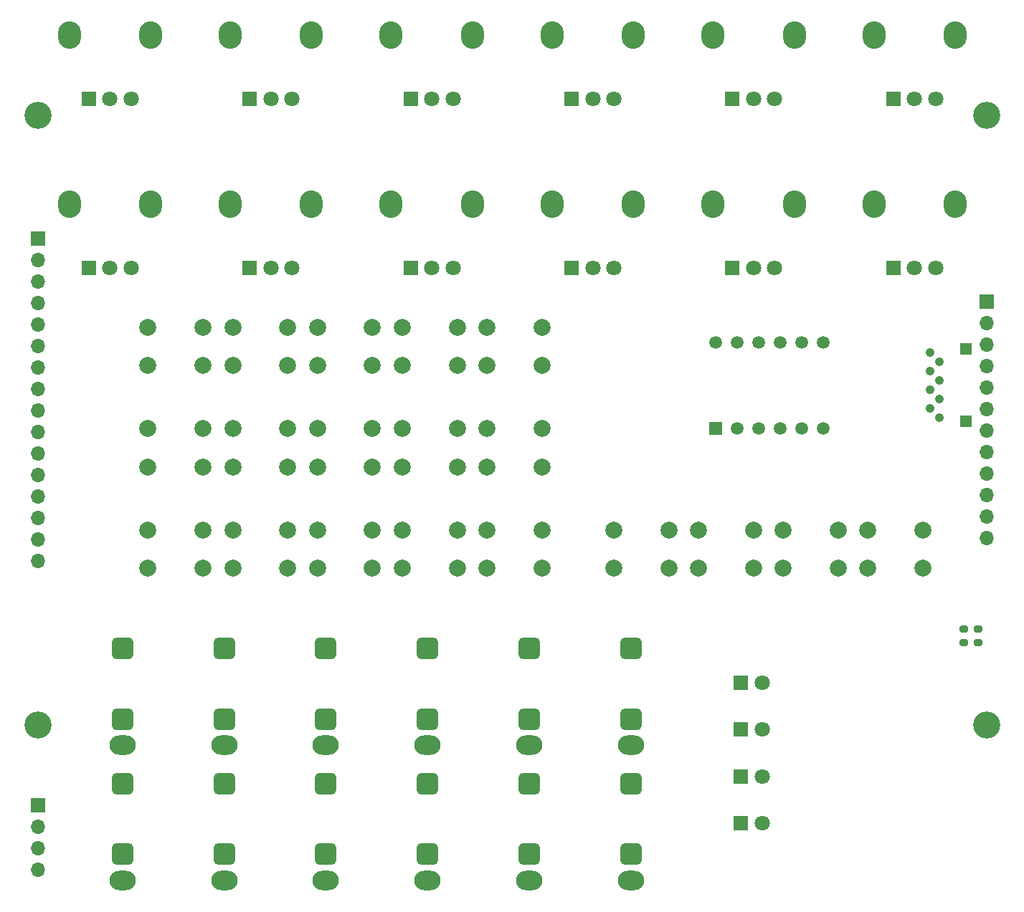
<source format=gbr>
%TF.GenerationSoftware,KiCad,Pcbnew,7.0.2*%
%TF.CreationDate,2025-02-19T16:25:23+00:00*%
%TF.ProjectId,dk2_04_top,646b325f-3034-45f7-946f-702e6b696361,rev?*%
%TF.SameCoordinates,Original*%
%TF.FileFunction,Soldermask,Top*%
%TF.FilePolarity,Negative*%
%FSLAX46Y46*%
G04 Gerber Fmt 4.6, Leading zero omitted, Abs format (unit mm)*
G04 Created by KiCad (PCBNEW 7.0.2) date 2025-02-19 16:25:23*
%MOMM*%
%LPD*%
G01*
G04 APERTURE LIST*
G04 Aperture macros list*
%AMRoundRect*
0 Rectangle with rounded corners*
0 $1 Rounding radius*
0 $2 $3 $4 $5 $6 $7 $8 $9 X,Y pos of 4 corners*
0 Add a 4 corners polygon primitive as box body*
4,1,4,$2,$3,$4,$5,$6,$7,$8,$9,$2,$3,0*
0 Add four circle primitives for the rounded corners*
1,1,$1+$1,$2,$3*
1,1,$1+$1,$4,$5*
1,1,$1+$1,$6,$7*
1,1,$1+$1,$8,$9*
0 Add four rect primitives between the rounded corners*
20,1,$1+$1,$2,$3,$4,$5,0*
20,1,$1+$1,$4,$5,$6,$7,0*
20,1,$1+$1,$6,$7,$8,$9,0*
20,1,$1+$1,$8,$9,$2,$3,0*%
G04 Aperture macros list end*
%ADD10R,1.700000X1.700000*%
%ADD11O,1.700000X1.700000*%
%ADD12C,2.000000*%
%ADD13O,2.720000X3.240000*%
%ADD14R,1.800000X1.800000*%
%ADD15C,1.800000*%
%ADD16O,3.100000X2.300000*%
%ADD17RoundRect,0.650000X-0.650000X-0.650000X0.650000X-0.650000X0.650000X0.650000X-0.650000X0.650000X0*%
%ADD18C,3.200000*%
%ADD19R,1.500000X1.500000*%
%ADD20C,1.500000*%
%ADD21C,1.050000*%
%ADD22R,1.350000X1.350000*%
%ADD23RoundRect,0.200000X0.275000X-0.200000X0.275000X0.200000X-0.275000X0.200000X-0.275000X-0.200000X0*%
G04 APERTURE END LIST*
D10*
%TO.C,J7*%
X186000000Y-78000000D03*
D11*
X186000000Y-80540000D03*
X186000000Y-83080000D03*
X186000000Y-85620000D03*
X186000000Y-88160000D03*
X186000000Y-90700000D03*
X186000000Y-93240000D03*
X186000000Y-95780000D03*
X186000000Y-98320000D03*
X186000000Y-100860000D03*
X186000000Y-103400000D03*
X186000000Y-105940000D03*
%TD*%
D10*
%TO.C,J1*%
X74000000Y-70500000D03*
D11*
X74000000Y-73040000D03*
X74000000Y-75580000D03*
X74000000Y-78120000D03*
X74000000Y-80660000D03*
X74000000Y-83200000D03*
X74000000Y-85740000D03*
X74000000Y-88280000D03*
X74000000Y-90820000D03*
X74000000Y-93360000D03*
X74000000Y-95900000D03*
X74000000Y-98440000D03*
X74000000Y-100980000D03*
X74000000Y-103520000D03*
X74000000Y-106060000D03*
X74000000Y-108600000D03*
%TD*%
D12*
%TO.C,SW10*%
X127000000Y-93000000D03*
X133500000Y-93000000D03*
X127000000Y-97500000D03*
X133500000Y-97500000D03*
%TD*%
%TO.C,SW8*%
X107000000Y-93000000D03*
X113500000Y-93000000D03*
X107000000Y-97500000D03*
X113500000Y-97500000D03*
%TD*%
D13*
%TO.C,RV3*%
X115700000Y-46500000D03*
X125300000Y-46500000D03*
D14*
X118000000Y-54000000D03*
D15*
X120500000Y-54000000D03*
X123000000Y-54000000D03*
%TD*%
D16*
%TO.C,J2*%
X96000000Y-130400000D03*
D17*
X96000000Y-119000000D03*
X96000000Y-127300000D03*
%TD*%
D16*
%TO.C,J13*%
X132000000Y-130400000D03*
D17*
X132000000Y-119000000D03*
X132000000Y-127300000D03*
%TD*%
D13*
%TO.C,RV8*%
X134700000Y-66500000D03*
X144300000Y-66500000D03*
D14*
X137000000Y-74000000D03*
D15*
X139500000Y-74000000D03*
X142000000Y-74000000D03*
%TD*%
D16*
%TO.C,J12*%
X120000000Y-130400000D03*
D17*
X120000000Y-119000000D03*
X120000000Y-127300000D03*
%TD*%
D12*
%TO.C,SW19*%
X172000000Y-105000000D03*
X178500000Y-105000000D03*
X172000000Y-109500000D03*
X178500000Y-109500000D03*
%TD*%
D18*
%TO.C,H1*%
X74000000Y-56000000D03*
%TD*%
D16*
%TO.C,J11*%
X144000000Y-146400000D03*
D17*
X144000000Y-135000000D03*
X144000000Y-143300000D03*
%TD*%
D13*
%TO.C,RV4*%
X134700000Y-46500000D03*
X144300000Y-46500000D03*
D14*
X137000000Y-54000000D03*
D15*
X139500000Y-54000000D03*
X142000000Y-54000000D03*
%TD*%
D12*
%TO.C,SW3*%
X107000000Y-81000000D03*
X113500000Y-81000000D03*
X107000000Y-85500000D03*
X113500000Y-85500000D03*
%TD*%
D13*
%TO.C,RV1*%
X77700000Y-46500000D03*
X87300000Y-46500000D03*
D14*
X80000000Y-54000000D03*
D15*
X82500000Y-54000000D03*
X85000000Y-54000000D03*
%TD*%
D13*
%TO.C,RV10*%
X172700000Y-46500000D03*
X182300000Y-46500000D03*
D14*
X175000000Y-54000000D03*
D15*
X177500000Y-54000000D03*
X180000000Y-54000000D03*
%TD*%
D16*
%TO.C,J4*%
X84000000Y-130400000D03*
D17*
X84000000Y-119000000D03*
X84000000Y-127300000D03*
%TD*%
D12*
%TO.C,SW9*%
X117000000Y-93000000D03*
X123500000Y-93000000D03*
X117000000Y-97500000D03*
X123500000Y-97500000D03*
%TD*%
D16*
%TO.C,J14*%
X120000000Y-146400000D03*
D17*
X120000000Y-135000000D03*
X120000000Y-143300000D03*
%TD*%
D16*
%TO.C,J15*%
X132000000Y-146400000D03*
D17*
X132000000Y-135000000D03*
X132000000Y-143300000D03*
%TD*%
D12*
%TO.C,SW6*%
X87000000Y-93000000D03*
X93500000Y-93000000D03*
X87000000Y-97500000D03*
X93500000Y-97500000D03*
%TD*%
D13*
%TO.C,RV7*%
X115700000Y-66500000D03*
X125300000Y-66500000D03*
D14*
X118000000Y-74000000D03*
D15*
X120500000Y-74000000D03*
X123000000Y-74000000D03*
%TD*%
D12*
%TO.C,SW17*%
X152000000Y-105000000D03*
X158500000Y-105000000D03*
X152000000Y-109500000D03*
X158500000Y-109500000D03*
%TD*%
%TO.C,SW1*%
X87000000Y-81000000D03*
X93500000Y-81000000D03*
X87000000Y-85500000D03*
X93500000Y-85500000D03*
%TD*%
D19*
%TO.C,U3*%
X154000000Y-93000000D03*
D20*
X156540000Y-93000000D03*
X159080000Y-93000000D03*
X161620000Y-93000000D03*
X164160000Y-93000000D03*
X166700000Y-93000000D03*
X166700000Y-82840000D03*
X164160000Y-82840000D03*
X161620000Y-82840000D03*
X159080000Y-82840000D03*
X156540000Y-82840000D03*
X154000000Y-82840000D03*
%TD*%
D21*
%TO.C,J6*%
X180400000Y-91700000D03*
X179300000Y-90600000D03*
X180400000Y-89500000D03*
X179300000Y-88400000D03*
X180400000Y-87300000D03*
X179300000Y-86200000D03*
X180400000Y-85100000D03*
X179300000Y-84000000D03*
D22*
X183570000Y-92150000D03*
X183570000Y-83550000D03*
%TD*%
D14*
%TO.C,D3*%
X157000000Y-134100000D03*
D15*
X159540000Y-134100000D03*
%TD*%
D13*
%TO.C,RV11*%
X153700000Y-66500000D03*
X163300000Y-66500000D03*
D14*
X156000000Y-74000000D03*
D15*
X158500000Y-74000000D03*
X161000000Y-74000000D03*
%TD*%
D13*
%TO.C,RV9*%
X153700000Y-46500000D03*
X163300000Y-46500000D03*
D14*
X156000000Y-54000000D03*
D15*
X158500000Y-54000000D03*
X161000000Y-54000000D03*
%TD*%
D16*
%TO.C,J8*%
X96000000Y-146400000D03*
D17*
X96000000Y-135000000D03*
X96000000Y-143300000D03*
%TD*%
D23*
%TO.C,R45*%
X183300000Y-118325000D03*
X183300000Y-116675000D03*
%TD*%
D12*
%TO.C,SW15*%
X127000000Y-105000000D03*
X133500000Y-105000000D03*
X127000000Y-109500000D03*
X133500000Y-109500000D03*
%TD*%
%TO.C,SW13*%
X107000000Y-105000000D03*
X113500000Y-105000000D03*
X107000000Y-109500000D03*
X113500000Y-109500000D03*
%TD*%
%TO.C,SW18*%
X162000000Y-105000000D03*
X168500000Y-105000000D03*
X162000000Y-109500000D03*
X168500000Y-109500000D03*
%TD*%
D18*
%TO.C,H2*%
X186000000Y-56000000D03*
%TD*%
D12*
%TO.C,SW11*%
X87000000Y-105000000D03*
X93500000Y-105000000D03*
X87000000Y-109500000D03*
X93500000Y-109500000D03*
%TD*%
%TO.C,SW2*%
X97000000Y-81000000D03*
X103500000Y-81000000D03*
X97000000Y-85500000D03*
X103500000Y-85500000D03*
%TD*%
%TO.C,SW7*%
X97000000Y-93000000D03*
X103500000Y-93000000D03*
X97000000Y-97500000D03*
X103500000Y-97500000D03*
%TD*%
D14*
%TO.C,D2*%
X157000000Y-128550000D03*
D15*
X159540000Y-128550000D03*
%TD*%
D14*
%TO.C,D1*%
X157000000Y-123000000D03*
D15*
X159540000Y-123000000D03*
%TD*%
D16*
%TO.C,J5*%
X144000000Y-130400000D03*
D17*
X144000000Y-119000000D03*
X144000000Y-127300000D03*
%TD*%
D12*
%TO.C,SW12*%
X97000000Y-105000000D03*
X103500000Y-105000000D03*
X97000000Y-109500000D03*
X103500000Y-109500000D03*
%TD*%
D18*
%TO.C,H3*%
X74000000Y-128000000D03*
%TD*%
D23*
%TO.C,R44*%
X185000000Y-118325000D03*
X185000000Y-116675000D03*
%TD*%
D14*
%TO.C,D4*%
X157000000Y-139650000D03*
D15*
X159540000Y-139650000D03*
%TD*%
D12*
%TO.C,SW4*%
X117000000Y-81000000D03*
X123500000Y-81000000D03*
X117000000Y-85500000D03*
X123500000Y-85500000D03*
%TD*%
D13*
%TO.C,RV12*%
X172700000Y-66500000D03*
X182300000Y-66500000D03*
D14*
X175000000Y-74000000D03*
D15*
X177500000Y-74000000D03*
X180000000Y-74000000D03*
%TD*%
D18*
%TO.C,H4*%
X186000000Y-128000000D03*
%TD*%
D16*
%TO.C,J9*%
X108000000Y-146400000D03*
D17*
X108000000Y-135000000D03*
X108000000Y-143300000D03*
%TD*%
D13*
%TO.C,RV6*%
X96700000Y-66500000D03*
X106300000Y-66500000D03*
D14*
X99000000Y-74000000D03*
D15*
X101500000Y-74000000D03*
X104000000Y-74000000D03*
%TD*%
D10*
%TO.C,J16*%
X74000000Y-137500000D03*
D11*
X74000000Y-140040000D03*
X74000000Y-142580000D03*
X74000000Y-145120000D03*
%TD*%
D16*
%TO.C,J3*%
X108000000Y-130400000D03*
D17*
X108000000Y-119000000D03*
X108000000Y-127300000D03*
%TD*%
D13*
%TO.C,RV5*%
X77700000Y-66500000D03*
X87300000Y-66500000D03*
D14*
X80000000Y-74000000D03*
D15*
X82500000Y-74000000D03*
X85000000Y-74000000D03*
%TD*%
D12*
%TO.C,SW5*%
X127000000Y-81000000D03*
X133500000Y-81000000D03*
X127000000Y-85500000D03*
X133500000Y-85500000D03*
%TD*%
D13*
%TO.C,RV2*%
X96700000Y-46500000D03*
X106300000Y-46500000D03*
D14*
X99000000Y-54000000D03*
D15*
X101500000Y-54000000D03*
X104000000Y-54000000D03*
%TD*%
D12*
%TO.C,SW16*%
X142000000Y-105000000D03*
X148500000Y-105000000D03*
X142000000Y-109500000D03*
X148500000Y-109500000D03*
%TD*%
D16*
%TO.C,J10*%
X84000000Y-146400000D03*
D17*
X84000000Y-135000000D03*
X84000000Y-143300000D03*
%TD*%
D12*
%TO.C,SW14*%
X117000000Y-105000000D03*
X123500000Y-105000000D03*
X117000000Y-109500000D03*
X123500000Y-109500000D03*
%TD*%
M02*

</source>
